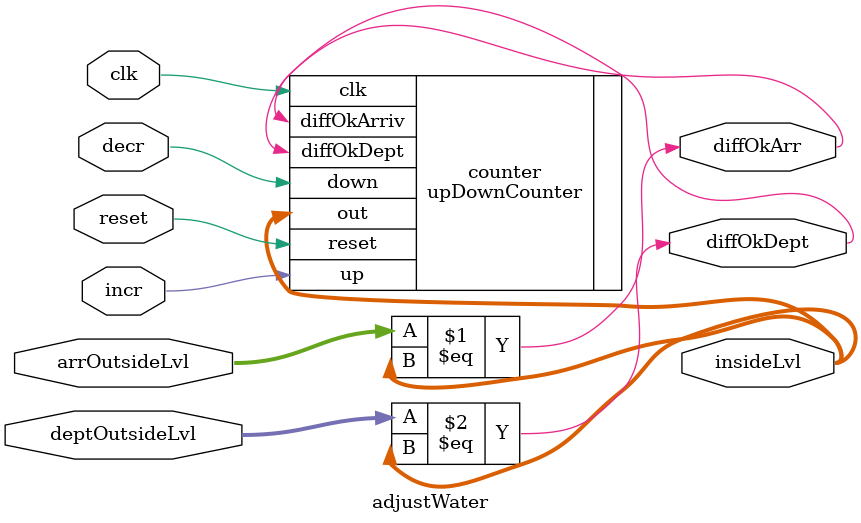
<source format=v>
`include "upDownCounter.v"
module adjustWater(insideLvl, incr, decr, arrOutsideLvl, deptOutsideLvl, diffOkArr, diffOkDept, clk, reset);
	input clk, reset;
	input incr, decr;
	input [3:0] arrOutsideLvl, deptOutsideLvl;

	output diffOkArr, diffOkDept;

	output [3:0] insideLvl;

	upDownCounter counter (.out(insideLvl), .up(incr), .down(decr), .diffOkArriv(diffOkArr), .diffOkDept(diffOkDept), .clk(clk), .reset(reset));

	assign diffOkArr = arrOutsideLvl[3:0] == insideLvl[3:0];
	assign diffOkDept = deptOutsideLvl[3:0] == insideLvl[3:0];
endmodule

</source>
